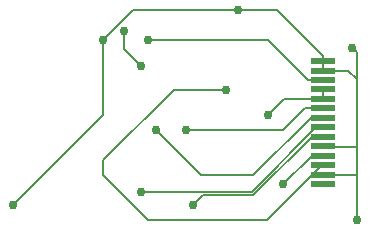
<source format=gbr>
G04 EAGLE Gerber RS-274X export*
G75*
%MOMM*%
%FSLAX34Y34*%
%LPD*%
%INBottom Copper*%
%IPPOS*%
%AMOC8*
5,1,8,0,0,1.08239X$1,22.5*%
G01*
%ADD10R,2.000000X0.500000*%
%ADD11C,0.756400*%
%ADD12C,0.152400*%


D10*
X414210Y215450D03*
X414210Y207450D03*
X414210Y199450D03*
X414210Y191450D03*
X414210Y183450D03*
X414210Y175450D03*
X414210Y167450D03*
X414210Y159450D03*
X414210Y151450D03*
X414210Y143450D03*
X414210Y135450D03*
X414210Y127450D03*
X414210Y119450D03*
X414210Y223450D03*
D11*
X443230Y88900D03*
D12*
X443230Y127000D01*
X414660Y127000D01*
X414210Y127450D01*
X443230Y127000D02*
X443230Y151130D01*
X414530Y151130D01*
X414210Y151450D01*
X414210Y215450D02*
X436060Y215450D01*
X443230Y208280D01*
X443230Y151130D01*
D11*
X152400Y101600D03*
D12*
X228600Y177800D01*
X228600Y241300D01*
D11*
X228600Y241300D03*
D12*
X254000Y266700D01*
X342900Y266700D01*
D11*
X342900Y266700D03*
X439420Y234950D03*
D12*
X443230Y231140D01*
X443230Y208280D01*
X375660Y266700D02*
X342900Y266700D01*
X414210Y220417D02*
X414624Y220003D01*
X414210Y220417D02*
X414210Y215450D01*
X414624Y227736D02*
X375660Y266700D01*
X414624Y227736D02*
X414624Y220003D01*
X414210Y191450D02*
X381950Y191450D01*
X368300Y177800D01*
D11*
X368300Y177800D03*
D12*
X414210Y191450D02*
X414210Y199450D01*
X414210Y143450D02*
X405070Y143450D01*
X381000Y119380D01*
D11*
X381000Y119380D03*
D12*
X413580Y135450D02*
X414210Y135450D01*
X413580Y135450D02*
X367030Y88900D01*
X266700Y88900D01*
X228600Y127000D01*
X228600Y139700D01*
X288290Y199390D01*
X332740Y199390D01*
D11*
X332740Y199390D03*
X304800Y101600D03*
D12*
X313182Y109982D01*
X355593Y109982D01*
X404361Y158750D01*
X413510Y158750D02*
X414210Y159450D01*
X413510Y158750D02*
X404361Y158750D01*
D11*
X260350Y113030D03*
D12*
X354330Y113030D01*
X408750Y167450D02*
X414210Y167450D01*
X408750Y167450D02*
X354330Y113030D01*
X404050Y175450D02*
X414210Y175450D01*
X404050Y175450D02*
X355600Y127000D01*
X311150Y127000D01*
X273050Y165100D01*
D11*
X273050Y165100D03*
X298450Y165100D03*
D12*
X399350Y183450D02*
X414210Y183450D01*
X399350Y183450D02*
X381000Y165100D01*
X298450Y165100D01*
X402150Y207450D02*
X414210Y207450D01*
X402150Y207450D02*
X368300Y241300D01*
X266700Y241300D01*
D11*
X266700Y241300D03*
X246380Y248920D03*
D12*
X246380Y233680D01*
X260350Y219710D01*
D11*
X260350Y219710D03*
M02*

</source>
